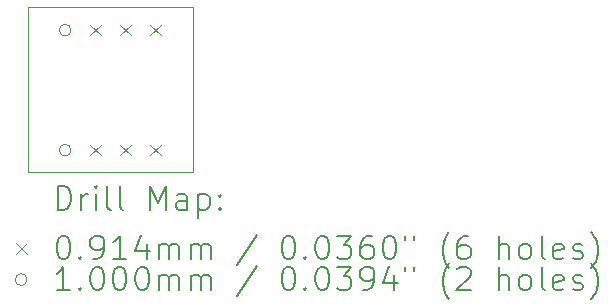
<source format=gbr>
%TF.GenerationSoftware,KiCad,Pcbnew,7.0.9*%
%TF.CreationDate,2023-11-12T02:23:47+01:00*%
%TF.ProjectId,try2,74727932-2e6b-4696-9361-645f70636258,rev?*%
%TF.SameCoordinates,Original*%
%TF.FileFunction,Drillmap*%
%TF.FilePolarity,Positive*%
%FSLAX45Y45*%
G04 Gerber Fmt 4.5, Leading zero omitted, Abs format (unit mm)*
G04 Created by KiCad (PCBNEW 7.0.9) date 2023-11-12 02:23:47*
%MOMM*%
%LPD*%
G01*
G04 APERTURE LIST*
%ADD10C,0.100000*%
%ADD11C,0.200000*%
G04 APERTURE END LIST*
D10*
X13970000Y-8493760D02*
X15367000Y-8493760D01*
X15367000Y-9890760D01*
X13970000Y-9890760D01*
X13970000Y-8493760D01*
D11*
D10*
X14495800Y-8641100D02*
X14587200Y-8732500D01*
X14587200Y-8641100D02*
X14495800Y-8732500D01*
X14495800Y-9657100D02*
X14587200Y-9748500D01*
X14587200Y-9657100D02*
X14495800Y-9748500D01*
X14749800Y-8641100D02*
X14841200Y-8732500D01*
X14841200Y-8641100D02*
X14749800Y-8732500D01*
X14749800Y-9657100D02*
X14841200Y-9748500D01*
X14841200Y-9657100D02*
X14749800Y-9748500D01*
X15003800Y-8641100D02*
X15095200Y-8732500D01*
X15095200Y-8641100D02*
X15003800Y-8732500D01*
X15003800Y-9657100D02*
X15095200Y-9748500D01*
X15095200Y-9657100D02*
X15003800Y-9748500D01*
X14337500Y-8686800D02*
G75*
G03*
X14337500Y-8686800I-50000J0D01*
G01*
X14337500Y-9702800D02*
G75*
G03*
X14337500Y-9702800I-50000J0D01*
G01*
D11*
X14225777Y-10207244D02*
X14225777Y-10007244D01*
X14225777Y-10007244D02*
X14273396Y-10007244D01*
X14273396Y-10007244D02*
X14301967Y-10016768D01*
X14301967Y-10016768D02*
X14321015Y-10035815D01*
X14321015Y-10035815D02*
X14330539Y-10054863D01*
X14330539Y-10054863D02*
X14340062Y-10092958D01*
X14340062Y-10092958D02*
X14340062Y-10121530D01*
X14340062Y-10121530D02*
X14330539Y-10159625D01*
X14330539Y-10159625D02*
X14321015Y-10178672D01*
X14321015Y-10178672D02*
X14301967Y-10197720D01*
X14301967Y-10197720D02*
X14273396Y-10207244D01*
X14273396Y-10207244D02*
X14225777Y-10207244D01*
X14425777Y-10207244D02*
X14425777Y-10073910D01*
X14425777Y-10112006D02*
X14435301Y-10092958D01*
X14435301Y-10092958D02*
X14444824Y-10083434D01*
X14444824Y-10083434D02*
X14463872Y-10073910D01*
X14463872Y-10073910D02*
X14482920Y-10073910D01*
X14549586Y-10207244D02*
X14549586Y-10073910D01*
X14549586Y-10007244D02*
X14540062Y-10016768D01*
X14540062Y-10016768D02*
X14549586Y-10026291D01*
X14549586Y-10026291D02*
X14559110Y-10016768D01*
X14559110Y-10016768D02*
X14549586Y-10007244D01*
X14549586Y-10007244D02*
X14549586Y-10026291D01*
X14673396Y-10207244D02*
X14654348Y-10197720D01*
X14654348Y-10197720D02*
X14644824Y-10178672D01*
X14644824Y-10178672D02*
X14644824Y-10007244D01*
X14778158Y-10207244D02*
X14759110Y-10197720D01*
X14759110Y-10197720D02*
X14749586Y-10178672D01*
X14749586Y-10178672D02*
X14749586Y-10007244D01*
X15006729Y-10207244D02*
X15006729Y-10007244D01*
X15006729Y-10007244D02*
X15073396Y-10150101D01*
X15073396Y-10150101D02*
X15140062Y-10007244D01*
X15140062Y-10007244D02*
X15140062Y-10207244D01*
X15321015Y-10207244D02*
X15321015Y-10102482D01*
X15321015Y-10102482D02*
X15311491Y-10083434D01*
X15311491Y-10083434D02*
X15292443Y-10073910D01*
X15292443Y-10073910D02*
X15254348Y-10073910D01*
X15254348Y-10073910D02*
X15235301Y-10083434D01*
X15321015Y-10197720D02*
X15301967Y-10207244D01*
X15301967Y-10207244D02*
X15254348Y-10207244D01*
X15254348Y-10207244D02*
X15235301Y-10197720D01*
X15235301Y-10197720D02*
X15225777Y-10178672D01*
X15225777Y-10178672D02*
X15225777Y-10159625D01*
X15225777Y-10159625D02*
X15235301Y-10140577D01*
X15235301Y-10140577D02*
X15254348Y-10131053D01*
X15254348Y-10131053D02*
X15301967Y-10131053D01*
X15301967Y-10131053D02*
X15321015Y-10121530D01*
X15416253Y-10073910D02*
X15416253Y-10273910D01*
X15416253Y-10083434D02*
X15435301Y-10073910D01*
X15435301Y-10073910D02*
X15473396Y-10073910D01*
X15473396Y-10073910D02*
X15492443Y-10083434D01*
X15492443Y-10083434D02*
X15501967Y-10092958D01*
X15501967Y-10092958D02*
X15511491Y-10112006D01*
X15511491Y-10112006D02*
X15511491Y-10169149D01*
X15511491Y-10169149D02*
X15501967Y-10188196D01*
X15501967Y-10188196D02*
X15492443Y-10197720D01*
X15492443Y-10197720D02*
X15473396Y-10207244D01*
X15473396Y-10207244D02*
X15435301Y-10207244D01*
X15435301Y-10207244D02*
X15416253Y-10197720D01*
X15597205Y-10188196D02*
X15606729Y-10197720D01*
X15606729Y-10197720D02*
X15597205Y-10207244D01*
X15597205Y-10207244D02*
X15587682Y-10197720D01*
X15587682Y-10197720D02*
X15597205Y-10188196D01*
X15597205Y-10188196D02*
X15597205Y-10207244D01*
X15597205Y-10083434D02*
X15606729Y-10092958D01*
X15606729Y-10092958D02*
X15597205Y-10102482D01*
X15597205Y-10102482D02*
X15587682Y-10092958D01*
X15587682Y-10092958D02*
X15597205Y-10083434D01*
X15597205Y-10083434D02*
X15597205Y-10102482D01*
D10*
X13873600Y-10490060D02*
X13965000Y-10581460D01*
X13965000Y-10490060D02*
X13873600Y-10581460D01*
D11*
X14263872Y-10427244D02*
X14282920Y-10427244D01*
X14282920Y-10427244D02*
X14301967Y-10436768D01*
X14301967Y-10436768D02*
X14311491Y-10446291D01*
X14311491Y-10446291D02*
X14321015Y-10465339D01*
X14321015Y-10465339D02*
X14330539Y-10503434D01*
X14330539Y-10503434D02*
X14330539Y-10551053D01*
X14330539Y-10551053D02*
X14321015Y-10589149D01*
X14321015Y-10589149D02*
X14311491Y-10608196D01*
X14311491Y-10608196D02*
X14301967Y-10617720D01*
X14301967Y-10617720D02*
X14282920Y-10627244D01*
X14282920Y-10627244D02*
X14263872Y-10627244D01*
X14263872Y-10627244D02*
X14244824Y-10617720D01*
X14244824Y-10617720D02*
X14235301Y-10608196D01*
X14235301Y-10608196D02*
X14225777Y-10589149D01*
X14225777Y-10589149D02*
X14216253Y-10551053D01*
X14216253Y-10551053D02*
X14216253Y-10503434D01*
X14216253Y-10503434D02*
X14225777Y-10465339D01*
X14225777Y-10465339D02*
X14235301Y-10446291D01*
X14235301Y-10446291D02*
X14244824Y-10436768D01*
X14244824Y-10436768D02*
X14263872Y-10427244D01*
X14416253Y-10608196D02*
X14425777Y-10617720D01*
X14425777Y-10617720D02*
X14416253Y-10627244D01*
X14416253Y-10627244D02*
X14406729Y-10617720D01*
X14406729Y-10617720D02*
X14416253Y-10608196D01*
X14416253Y-10608196D02*
X14416253Y-10627244D01*
X14521015Y-10627244D02*
X14559110Y-10627244D01*
X14559110Y-10627244D02*
X14578158Y-10617720D01*
X14578158Y-10617720D02*
X14587682Y-10608196D01*
X14587682Y-10608196D02*
X14606729Y-10579625D01*
X14606729Y-10579625D02*
X14616253Y-10541530D01*
X14616253Y-10541530D02*
X14616253Y-10465339D01*
X14616253Y-10465339D02*
X14606729Y-10446291D01*
X14606729Y-10446291D02*
X14597205Y-10436768D01*
X14597205Y-10436768D02*
X14578158Y-10427244D01*
X14578158Y-10427244D02*
X14540062Y-10427244D01*
X14540062Y-10427244D02*
X14521015Y-10436768D01*
X14521015Y-10436768D02*
X14511491Y-10446291D01*
X14511491Y-10446291D02*
X14501967Y-10465339D01*
X14501967Y-10465339D02*
X14501967Y-10512958D01*
X14501967Y-10512958D02*
X14511491Y-10532006D01*
X14511491Y-10532006D02*
X14521015Y-10541530D01*
X14521015Y-10541530D02*
X14540062Y-10551053D01*
X14540062Y-10551053D02*
X14578158Y-10551053D01*
X14578158Y-10551053D02*
X14597205Y-10541530D01*
X14597205Y-10541530D02*
X14606729Y-10532006D01*
X14606729Y-10532006D02*
X14616253Y-10512958D01*
X14806729Y-10627244D02*
X14692443Y-10627244D01*
X14749586Y-10627244D02*
X14749586Y-10427244D01*
X14749586Y-10427244D02*
X14730539Y-10455815D01*
X14730539Y-10455815D02*
X14711491Y-10474863D01*
X14711491Y-10474863D02*
X14692443Y-10484387D01*
X14978158Y-10493910D02*
X14978158Y-10627244D01*
X14930539Y-10417720D02*
X14882920Y-10560577D01*
X14882920Y-10560577D02*
X15006729Y-10560577D01*
X15082920Y-10627244D02*
X15082920Y-10493910D01*
X15082920Y-10512958D02*
X15092443Y-10503434D01*
X15092443Y-10503434D02*
X15111491Y-10493910D01*
X15111491Y-10493910D02*
X15140063Y-10493910D01*
X15140063Y-10493910D02*
X15159110Y-10503434D01*
X15159110Y-10503434D02*
X15168634Y-10522482D01*
X15168634Y-10522482D02*
X15168634Y-10627244D01*
X15168634Y-10522482D02*
X15178158Y-10503434D01*
X15178158Y-10503434D02*
X15197205Y-10493910D01*
X15197205Y-10493910D02*
X15225777Y-10493910D01*
X15225777Y-10493910D02*
X15244824Y-10503434D01*
X15244824Y-10503434D02*
X15254348Y-10522482D01*
X15254348Y-10522482D02*
X15254348Y-10627244D01*
X15349586Y-10627244D02*
X15349586Y-10493910D01*
X15349586Y-10512958D02*
X15359110Y-10503434D01*
X15359110Y-10503434D02*
X15378158Y-10493910D01*
X15378158Y-10493910D02*
X15406729Y-10493910D01*
X15406729Y-10493910D02*
X15425777Y-10503434D01*
X15425777Y-10503434D02*
X15435301Y-10522482D01*
X15435301Y-10522482D02*
X15435301Y-10627244D01*
X15435301Y-10522482D02*
X15444824Y-10503434D01*
X15444824Y-10503434D02*
X15463872Y-10493910D01*
X15463872Y-10493910D02*
X15492443Y-10493910D01*
X15492443Y-10493910D02*
X15511491Y-10503434D01*
X15511491Y-10503434D02*
X15521015Y-10522482D01*
X15521015Y-10522482D02*
X15521015Y-10627244D01*
X15911491Y-10417720D02*
X15740063Y-10674863D01*
X16168634Y-10427244D02*
X16187682Y-10427244D01*
X16187682Y-10427244D02*
X16206729Y-10436768D01*
X16206729Y-10436768D02*
X16216253Y-10446291D01*
X16216253Y-10446291D02*
X16225777Y-10465339D01*
X16225777Y-10465339D02*
X16235301Y-10503434D01*
X16235301Y-10503434D02*
X16235301Y-10551053D01*
X16235301Y-10551053D02*
X16225777Y-10589149D01*
X16225777Y-10589149D02*
X16216253Y-10608196D01*
X16216253Y-10608196D02*
X16206729Y-10617720D01*
X16206729Y-10617720D02*
X16187682Y-10627244D01*
X16187682Y-10627244D02*
X16168634Y-10627244D01*
X16168634Y-10627244D02*
X16149586Y-10617720D01*
X16149586Y-10617720D02*
X16140063Y-10608196D01*
X16140063Y-10608196D02*
X16130539Y-10589149D01*
X16130539Y-10589149D02*
X16121015Y-10551053D01*
X16121015Y-10551053D02*
X16121015Y-10503434D01*
X16121015Y-10503434D02*
X16130539Y-10465339D01*
X16130539Y-10465339D02*
X16140063Y-10446291D01*
X16140063Y-10446291D02*
X16149586Y-10436768D01*
X16149586Y-10436768D02*
X16168634Y-10427244D01*
X16321015Y-10608196D02*
X16330539Y-10617720D01*
X16330539Y-10617720D02*
X16321015Y-10627244D01*
X16321015Y-10627244D02*
X16311491Y-10617720D01*
X16311491Y-10617720D02*
X16321015Y-10608196D01*
X16321015Y-10608196D02*
X16321015Y-10627244D01*
X16454348Y-10427244D02*
X16473396Y-10427244D01*
X16473396Y-10427244D02*
X16492444Y-10436768D01*
X16492444Y-10436768D02*
X16501967Y-10446291D01*
X16501967Y-10446291D02*
X16511491Y-10465339D01*
X16511491Y-10465339D02*
X16521015Y-10503434D01*
X16521015Y-10503434D02*
X16521015Y-10551053D01*
X16521015Y-10551053D02*
X16511491Y-10589149D01*
X16511491Y-10589149D02*
X16501967Y-10608196D01*
X16501967Y-10608196D02*
X16492444Y-10617720D01*
X16492444Y-10617720D02*
X16473396Y-10627244D01*
X16473396Y-10627244D02*
X16454348Y-10627244D01*
X16454348Y-10627244D02*
X16435301Y-10617720D01*
X16435301Y-10617720D02*
X16425777Y-10608196D01*
X16425777Y-10608196D02*
X16416253Y-10589149D01*
X16416253Y-10589149D02*
X16406729Y-10551053D01*
X16406729Y-10551053D02*
X16406729Y-10503434D01*
X16406729Y-10503434D02*
X16416253Y-10465339D01*
X16416253Y-10465339D02*
X16425777Y-10446291D01*
X16425777Y-10446291D02*
X16435301Y-10436768D01*
X16435301Y-10436768D02*
X16454348Y-10427244D01*
X16587682Y-10427244D02*
X16711491Y-10427244D01*
X16711491Y-10427244D02*
X16644825Y-10503434D01*
X16644825Y-10503434D02*
X16673396Y-10503434D01*
X16673396Y-10503434D02*
X16692444Y-10512958D01*
X16692444Y-10512958D02*
X16701967Y-10522482D01*
X16701967Y-10522482D02*
X16711491Y-10541530D01*
X16711491Y-10541530D02*
X16711491Y-10589149D01*
X16711491Y-10589149D02*
X16701967Y-10608196D01*
X16701967Y-10608196D02*
X16692444Y-10617720D01*
X16692444Y-10617720D02*
X16673396Y-10627244D01*
X16673396Y-10627244D02*
X16616253Y-10627244D01*
X16616253Y-10627244D02*
X16597206Y-10617720D01*
X16597206Y-10617720D02*
X16587682Y-10608196D01*
X16882920Y-10427244D02*
X16844825Y-10427244D01*
X16844825Y-10427244D02*
X16825777Y-10436768D01*
X16825777Y-10436768D02*
X16816253Y-10446291D01*
X16816253Y-10446291D02*
X16797206Y-10474863D01*
X16797206Y-10474863D02*
X16787682Y-10512958D01*
X16787682Y-10512958D02*
X16787682Y-10589149D01*
X16787682Y-10589149D02*
X16797206Y-10608196D01*
X16797206Y-10608196D02*
X16806729Y-10617720D01*
X16806729Y-10617720D02*
X16825777Y-10627244D01*
X16825777Y-10627244D02*
X16863872Y-10627244D01*
X16863872Y-10627244D02*
X16882920Y-10617720D01*
X16882920Y-10617720D02*
X16892444Y-10608196D01*
X16892444Y-10608196D02*
X16901968Y-10589149D01*
X16901968Y-10589149D02*
X16901968Y-10541530D01*
X16901968Y-10541530D02*
X16892444Y-10522482D01*
X16892444Y-10522482D02*
X16882920Y-10512958D01*
X16882920Y-10512958D02*
X16863872Y-10503434D01*
X16863872Y-10503434D02*
X16825777Y-10503434D01*
X16825777Y-10503434D02*
X16806729Y-10512958D01*
X16806729Y-10512958D02*
X16797206Y-10522482D01*
X16797206Y-10522482D02*
X16787682Y-10541530D01*
X17025777Y-10427244D02*
X17044825Y-10427244D01*
X17044825Y-10427244D02*
X17063872Y-10436768D01*
X17063872Y-10436768D02*
X17073396Y-10446291D01*
X17073396Y-10446291D02*
X17082920Y-10465339D01*
X17082920Y-10465339D02*
X17092444Y-10503434D01*
X17092444Y-10503434D02*
X17092444Y-10551053D01*
X17092444Y-10551053D02*
X17082920Y-10589149D01*
X17082920Y-10589149D02*
X17073396Y-10608196D01*
X17073396Y-10608196D02*
X17063872Y-10617720D01*
X17063872Y-10617720D02*
X17044825Y-10627244D01*
X17044825Y-10627244D02*
X17025777Y-10627244D01*
X17025777Y-10627244D02*
X17006729Y-10617720D01*
X17006729Y-10617720D02*
X16997206Y-10608196D01*
X16997206Y-10608196D02*
X16987682Y-10589149D01*
X16987682Y-10589149D02*
X16978158Y-10551053D01*
X16978158Y-10551053D02*
X16978158Y-10503434D01*
X16978158Y-10503434D02*
X16987682Y-10465339D01*
X16987682Y-10465339D02*
X16997206Y-10446291D01*
X16997206Y-10446291D02*
X17006729Y-10436768D01*
X17006729Y-10436768D02*
X17025777Y-10427244D01*
X17168634Y-10427244D02*
X17168634Y-10465339D01*
X17244825Y-10427244D02*
X17244825Y-10465339D01*
X17540063Y-10703434D02*
X17530539Y-10693910D01*
X17530539Y-10693910D02*
X17511491Y-10665339D01*
X17511491Y-10665339D02*
X17501968Y-10646291D01*
X17501968Y-10646291D02*
X17492444Y-10617720D01*
X17492444Y-10617720D02*
X17482920Y-10570101D01*
X17482920Y-10570101D02*
X17482920Y-10532006D01*
X17482920Y-10532006D02*
X17492444Y-10484387D01*
X17492444Y-10484387D02*
X17501968Y-10455815D01*
X17501968Y-10455815D02*
X17511491Y-10436768D01*
X17511491Y-10436768D02*
X17530539Y-10408196D01*
X17530539Y-10408196D02*
X17540063Y-10398672D01*
X17701968Y-10427244D02*
X17663872Y-10427244D01*
X17663872Y-10427244D02*
X17644825Y-10436768D01*
X17644825Y-10436768D02*
X17635301Y-10446291D01*
X17635301Y-10446291D02*
X17616253Y-10474863D01*
X17616253Y-10474863D02*
X17606730Y-10512958D01*
X17606730Y-10512958D02*
X17606730Y-10589149D01*
X17606730Y-10589149D02*
X17616253Y-10608196D01*
X17616253Y-10608196D02*
X17625777Y-10617720D01*
X17625777Y-10617720D02*
X17644825Y-10627244D01*
X17644825Y-10627244D02*
X17682920Y-10627244D01*
X17682920Y-10627244D02*
X17701968Y-10617720D01*
X17701968Y-10617720D02*
X17711491Y-10608196D01*
X17711491Y-10608196D02*
X17721015Y-10589149D01*
X17721015Y-10589149D02*
X17721015Y-10541530D01*
X17721015Y-10541530D02*
X17711491Y-10522482D01*
X17711491Y-10522482D02*
X17701968Y-10512958D01*
X17701968Y-10512958D02*
X17682920Y-10503434D01*
X17682920Y-10503434D02*
X17644825Y-10503434D01*
X17644825Y-10503434D02*
X17625777Y-10512958D01*
X17625777Y-10512958D02*
X17616253Y-10522482D01*
X17616253Y-10522482D02*
X17606730Y-10541530D01*
X17959111Y-10627244D02*
X17959111Y-10427244D01*
X18044825Y-10627244D02*
X18044825Y-10522482D01*
X18044825Y-10522482D02*
X18035301Y-10503434D01*
X18035301Y-10503434D02*
X18016253Y-10493910D01*
X18016253Y-10493910D02*
X17987682Y-10493910D01*
X17987682Y-10493910D02*
X17968634Y-10503434D01*
X17968634Y-10503434D02*
X17959111Y-10512958D01*
X18168634Y-10627244D02*
X18149587Y-10617720D01*
X18149587Y-10617720D02*
X18140063Y-10608196D01*
X18140063Y-10608196D02*
X18130539Y-10589149D01*
X18130539Y-10589149D02*
X18130539Y-10532006D01*
X18130539Y-10532006D02*
X18140063Y-10512958D01*
X18140063Y-10512958D02*
X18149587Y-10503434D01*
X18149587Y-10503434D02*
X18168634Y-10493910D01*
X18168634Y-10493910D02*
X18197206Y-10493910D01*
X18197206Y-10493910D02*
X18216253Y-10503434D01*
X18216253Y-10503434D02*
X18225777Y-10512958D01*
X18225777Y-10512958D02*
X18235301Y-10532006D01*
X18235301Y-10532006D02*
X18235301Y-10589149D01*
X18235301Y-10589149D02*
X18225777Y-10608196D01*
X18225777Y-10608196D02*
X18216253Y-10617720D01*
X18216253Y-10617720D02*
X18197206Y-10627244D01*
X18197206Y-10627244D02*
X18168634Y-10627244D01*
X18349587Y-10627244D02*
X18330539Y-10617720D01*
X18330539Y-10617720D02*
X18321015Y-10598672D01*
X18321015Y-10598672D02*
X18321015Y-10427244D01*
X18501968Y-10617720D02*
X18482920Y-10627244D01*
X18482920Y-10627244D02*
X18444825Y-10627244D01*
X18444825Y-10627244D02*
X18425777Y-10617720D01*
X18425777Y-10617720D02*
X18416253Y-10598672D01*
X18416253Y-10598672D02*
X18416253Y-10522482D01*
X18416253Y-10522482D02*
X18425777Y-10503434D01*
X18425777Y-10503434D02*
X18444825Y-10493910D01*
X18444825Y-10493910D02*
X18482920Y-10493910D01*
X18482920Y-10493910D02*
X18501968Y-10503434D01*
X18501968Y-10503434D02*
X18511492Y-10522482D01*
X18511492Y-10522482D02*
X18511492Y-10541530D01*
X18511492Y-10541530D02*
X18416253Y-10560577D01*
X18587682Y-10617720D02*
X18606730Y-10627244D01*
X18606730Y-10627244D02*
X18644825Y-10627244D01*
X18644825Y-10627244D02*
X18663873Y-10617720D01*
X18663873Y-10617720D02*
X18673396Y-10598672D01*
X18673396Y-10598672D02*
X18673396Y-10589149D01*
X18673396Y-10589149D02*
X18663873Y-10570101D01*
X18663873Y-10570101D02*
X18644825Y-10560577D01*
X18644825Y-10560577D02*
X18616253Y-10560577D01*
X18616253Y-10560577D02*
X18597206Y-10551053D01*
X18597206Y-10551053D02*
X18587682Y-10532006D01*
X18587682Y-10532006D02*
X18587682Y-10522482D01*
X18587682Y-10522482D02*
X18597206Y-10503434D01*
X18597206Y-10503434D02*
X18616253Y-10493910D01*
X18616253Y-10493910D02*
X18644825Y-10493910D01*
X18644825Y-10493910D02*
X18663873Y-10503434D01*
X18740063Y-10703434D02*
X18749587Y-10693910D01*
X18749587Y-10693910D02*
X18768634Y-10665339D01*
X18768634Y-10665339D02*
X18778158Y-10646291D01*
X18778158Y-10646291D02*
X18787682Y-10617720D01*
X18787682Y-10617720D02*
X18797206Y-10570101D01*
X18797206Y-10570101D02*
X18797206Y-10532006D01*
X18797206Y-10532006D02*
X18787682Y-10484387D01*
X18787682Y-10484387D02*
X18778158Y-10455815D01*
X18778158Y-10455815D02*
X18768634Y-10436768D01*
X18768634Y-10436768D02*
X18749587Y-10408196D01*
X18749587Y-10408196D02*
X18740063Y-10398672D01*
D10*
X13965000Y-10799760D02*
G75*
G03*
X13965000Y-10799760I-50000J0D01*
G01*
D11*
X14330539Y-10891244D02*
X14216253Y-10891244D01*
X14273396Y-10891244D02*
X14273396Y-10691244D01*
X14273396Y-10691244D02*
X14254348Y-10719815D01*
X14254348Y-10719815D02*
X14235301Y-10738863D01*
X14235301Y-10738863D02*
X14216253Y-10748387D01*
X14416253Y-10872196D02*
X14425777Y-10881720D01*
X14425777Y-10881720D02*
X14416253Y-10891244D01*
X14416253Y-10891244D02*
X14406729Y-10881720D01*
X14406729Y-10881720D02*
X14416253Y-10872196D01*
X14416253Y-10872196D02*
X14416253Y-10891244D01*
X14549586Y-10691244D02*
X14568634Y-10691244D01*
X14568634Y-10691244D02*
X14587682Y-10700768D01*
X14587682Y-10700768D02*
X14597205Y-10710291D01*
X14597205Y-10710291D02*
X14606729Y-10729339D01*
X14606729Y-10729339D02*
X14616253Y-10767434D01*
X14616253Y-10767434D02*
X14616253Y-10815053D01*
X14616253Y-10815053D02*
X14606729Y-10853149D01*
X14606729Y-10853149D02*
X14597205Y-10872196D01*
X14597205Y-10872196D02*
X14587682Y-10881720D01*
X14587682Y-10881720D02*
X14568634Y-10891244D01*
X14568634Y-10891244D02*
X14549586Y-10891244D01*
X14549586Y-10891244D02*
X14530539Y-10881720D01*
X14530539Y-10881720D02*
X14521015Y-10872196D01*
X14521015Y-10872196D02*
X14511491Y-10853149D01*
X14511491Y-10853149D02*
X14501967Y-10815053D01*
X14501967Y-10815053D02*
X14501967Y-10767434D01*
X14501967Y-10767434D02*
X14511491Y-10729339D01*
X14511491Y-10729339D02*
X14521015Y-10710291D01*
X14521015Y-10710291D02*
X14530539Y-10700768D01*
X14530539Y-10700768D02*
X14549586Y-10691244D01*
X14740062Y-10691244D02*
X14759110Y-10691244D01*
X14759110Y-10691244D02*
X14778158Y-10700768D01*
X14778158Y-10700768D02*
X14787682Y-10710291D01*
X14787682Y-10710291D02*
X14797205Y-10729339D01*
X14797205Y-10729339D02*
X14806729Y-10767434D01*
X14806729Y-10767434D02*
X14806729Y-10815053D01*
X14806729Y-10815053D02*
X14797205Y-10853149D01*
X14797205Y-10853149D02*
X14787682Y-10872196D01*
X14787682Y-10872196D02*
X14778158Y-10881720D01*
X14778158Y-10881720D02*
X14759110Y-10891244D01*
X14759110Y-10891244D02*
X14740062Y-10891244D01*
X14740062Y-10891244D02*
X14721015Y-10881720D01*
X14721015Y-10881720D02*
X14711491Y-10872196D01*
X14711491Y-10872196D02*
X14701967Y-10853149D01*
X14701967Y-10853149D02*
X14692443Y-10815053D01*
X14692443Y-10815053D02*
X14692443Y-10767434D01*
X14692443Y-10767434D02*
X14701967Y-10729339D01*
X14701967Y-10729339D02*
X14711491Y-10710291D01*
X14711491Y-10710291D02*
X14721015Y-10700768D01*
X14721015Y-10700768D02*
X14740062Y-10691244D01*
X14930539Y-10691244D02*
X14949586Y-10691244D01*
X14949586Y-10691244D02*
X14968634Y-10700768D01*
X14968634Y-10700768D02*
X14978158Y-10710291D01*
X14978158Y-10710291D02*
X14987682Y-10729339D01*
X14987682Y-10729339D02*
X14997205Y-10767434D01*
X14997205Y-10767434D02*
X14997205Y-10815053D01*
X14997205Y-10815053D02*
X14987682Y-10853149D01*
X14987682Y-10853149D02*
X14978158Y-10872196D01*
X14978158Y-10872196D02*
X14968634Y-10881720D01*
X14968634Y-10881720D02*
X14949586Y-10891244D01*
X14949586Y-10891244D02*
X14930539Y-10891244D01*
X14930539Y-10891244D02*
X14911491Y-10881720D01*
X14911491Y-10881720D02*
X14901967Y-10872196D01*
X14901967Y-10872196D02*
X14892443Y-10853149D01*
X14892443Y-10853149D02*
X14882920Y-10815053D01*
X14882920Y-10815053D02*
X14882920Y-10767434D01*
X14882920Y-10767434D02*
X14892443Y-10729339D01*
X14892443Y-10729339D02*
X14901967Y-10710291D01*
X14901967Y-10710291D02*
X14911491Y-10700768D01*
X14911491Y-10700768D02*
X14930539Y-10691244D01*
X15082920Y-10891244D02*
X15082920Y-10757910D01*
X15082920Y-10776958D02*
X15092443Y-10767434D01*
X15092443Y-10767434D02*
X15111491Y-10757910D01*
X15111491Y-10757910D02*
X15140063Y-10757910D01*
X15140063Y-10757910D02*
X15159110Y-10767434D01*
X15159110Y-10767434D02*
X15168634Y-10786482D01*
X15168634Y-10786482D02*
X15168634Y-10891244D01*
X15168634Y-10786482D02*
X15178158Y-10767434D01*
X15178158Y-10767434D02*
X15197205Y-10757910D01*
X15197205Y-10757910D02*
X15225777Y-10757910D01*
X15225777Y-10757910D02*
X15244824Y-10767434D01*
X15244824Y-10767434D02*
X15254348Y-10786482D01*
X15254348Y-10786482D02*
X15254348Y-10891244D01*
X15349586Y-10891244D02*
X15349586Y-10757910D01*
X15349586Y-10776958D02*
X15359110Y-10767434D01*
X15359110Y-10767434D02*
X15378158Y-10757910D01*
X15378158Y-10757910D02*
X15406729Y-10757910D01*
X15406729Y-10757910D02*
X15425777Y-10767434D01*
X15425777Y-10767434D02*
X15435301Y-10786482D01*
X15435301Y-10786482D02*
X15435301Y-10891244D01*
X15435301Y-10786482D02*
X15444824Y-10767434D01*
X15444824Y-10767434D02*
X15463872Y-10757910D01*
X15463872Y-10757910D02*
X15492443Y-10757910D01*
X15492443Y-10757910D02*
X15511491Y-10767434D01*
X15511491Y-10767434D02*
X15521015Y-10786482D01*
X15521015Y-10786482D02*
X15521015Y-10891244D01*
X15911491Y-10681720D02*
X15740063Y-10938863D01*
X16168634Y-10691244D02*
X16187682Y-10691244D01*
X16187682Y-10691244D02*
X16206729Y-10700768D01*
X16206729Y-10700768D02*
X16216253Y-10710291D01*
X16216253Y-10710291D02*
X16225777Y-10729339D01*
X16225777Y-10729339D02*
X16235301Y-10767434D01*
X16235301Y-10767434D02*
X16235301Y-10815053D01*
X16235301Y-10815053D02*
X16225777Y-10853149D01*
X16225777Y-10853149D02*
X16216253Y-10872196D01*
X16216253Y-10872196D02*
X16206729Y-10881720D01*
X16206729Y-10881720D02*
X16187682Y-10891244D01*
X16187682Y-10891244D02*
X16168634Y-10891244D01*
X16168634Y-10891244D02*
X16149586Y-10881720D01*
X16149586Y-10881720D02*
X16140063Y-10872196D01*
X16140063Y-10872196D02*
X16130539Y-10853149D01*
X16130539Y-10853149D02*
X16121015Y-10815053D01*
X16121015Y-10815053D02*
X16121015Y-10767434D01*
X16121015Y-10767434D02*
X16130539Y-10729339D01*
X16130539Y-10729339D02*
X16140063Y-10710291D01*
X16140063Y-10710291D02*
X16149586Y-10700768D01*
X16149586Y-10700768D02*
X16168634Y-10691244D01*
X16321015Y-10872196D02*
X16330539Y-10881720D01*
X16330539Y-10881720D02*
X16321015Y-10891244D01*
X16321015Y-10891244D02*
X16311491Y-10881720D01*
X16311491Y-10881720D02*
X16321015Y-10872196D01*
X16321015Y-10872196D02*
X16321015Y-10891244D01*
X16454348Y-10691244D02*
X16473396Y-10691244D01*
X16473396Y-10691244D02*
X16492444Y-10700768D01*
X16492444Y-10700768D02*
X16501967Y-10710291D01*
X16501967Y-10710291D02*
X16511491Y-10729339D01*
X16511491Y-10729339D02*
X16521015Y-10767434D01*
X16521015Y-10767434D02*
X16521015Y-10815053D01*
X16521015Y-10815053D02*
X16511491Y-10853149D01*
X16511491Y-10853149D02*
X16501967Y-10872196D01*
X16501967Y-10872196D02*
X16492444Y-10881720D01*
X16492444Y-10881720D02*
X16473396Y-10891244D01*
X16473396Y-10891244D02*
X16454348Y-10891244D01*
X16454348Y-10891244D02*
X16435301Y-10881720D01*
X16435301Y-10881720D02*
X16425777Y-10872196D01*
X16425777Y-10872196D02*
X16416253Y-10853149D01*
X16416253Y-10853149D02*
X16406729Y-10815053D01*
X16406729Y-10815053D02*
X16406729Y-10767434D01*
X16406729Y-10767434D02*
X16416253Y-10729339D01*
X16416253Y-10729339D02*
X16425777Y-10710291D01*
X16425777Y-10710291D02*
X16435301Y-10700768D01*
X16435301Y-10700768D02*
X16454348Y-10691244D01*
X16587682Y-10691244D02*
X16711491Y-10691244D01*
X16711491Y-10691244D02*
X16644825Y-10767434D01*
X16644825Y-10767434D02*
X16673396Y-10767434D01*
X16673396Y-10767434D02*
X16692444Y-10776958D01*
X16692444Y-10776958D02*
X16701967Y-10786482D01*
X16701967Y-10786482D02*
X16711491Y-10805530D01*
X16711491Y-10805530D02*
X16711491Y-10853149D01*
X16711491Y-10853149D02*
X16701967Y-10872196D01*
X16701967Y-10872196D02*
X16692444Y-10881720D01*
X16692444Y-10881720D02*
X16673396Y-10891244D01*
X16673396Y-10891244D02*
X16616253Y-10891244D01*
X16616253Y-10891244D02*
X16597206Y-10881720D01*
X16597206Y-10881720D02*
X16587682Y-10872196D01*
X16806729Y-10891244D02*
X16844825Y-10891244D01*
X16844825Y-10891244D02*
X16863872Y-10881720D01*
X16863872Y-10881720D02*
X16873396Y-10872196D01*
X16873396Y-10872196D02*
X16892444Y-10843625D01*
X16892444Y-10843625D02*
X16901968Y-10805530D01*
X16901968Y-10805530D02*
X16901968Y-10729339D01*
X16901968Y-10729339D02*
X16892444Y-10710291D01*
X16892444Y-10710291D02*
X16882920Y-10700768D01*
X16882920Y-10700768D02*
X16863872Y-10691244D01*
X16863872Y-10691244D02*
X16825777Y-10691244D01*
X16825777Y-10691244D02*
X16806729Y-10700768D01*
X16806729Y-10700768D02*
X16797206Y-10710291D01*
X16797206Y-10710291D02*
X16787682Y-10729339D01*
X16787682Y-10729339D02*
X16787682Y-10776958D01*
X16787682Y-10776958D02*
X16797206Y-10796006D01*
X16797206Y-10796006D02*
X16806729Y-10805530D01*
X16806729Y-10805530D02*
X16825777Y-10815053D01*
X16825777Y-10815053D02*
X16863872Y-10815053D01*
X16863872Y-10815053D02*
X16882920Y-10805530D01*
X16882920Y-10805530D02*
X16892444Y-10796006D01*
X16892444Y-10796006D02*
X16901968Y-10776958D01*
X17073396Y-10757910D02*
X17073396Y-10891244D01*
X17025777Y-10681720D02*
X16978158Y-10824577D01*
X16978158Y-10824577D02*
X17101968Y-10824577D01*
X17168634Y-10691244D02*
X17168634Y-10729339D01*
X17244825Y-10691244D02*
X17244825Y-10729339D01*
X17540063Y-10967434D02*
X17530539Y-10957910D01*
X17530539Y-10957910D02*
X17511491Y-10929339D01*
X17511491Y-10929339D02*
X17501968Y-10910291D01*
X17501968Y-10910291D02*
X17492444Y-10881720D01*
X17492444Y-10881720D02*
X17482920Y-10834101D01*
X17482920Y-10834101D02*
X17482920Y-10796006D01*
X17482920Y-10796006D02*
X17492444Y-10748387D01*
X17492444Y-10748387D02*
X17501968Y-10719815D01*
X17501968Y-10719815D02*
X17511491Y-10700768D01*
X17511491Y-10700768D02*
X17530539Y-10672196D01*
X17530539Y-10672196D02*
X17540063Y-10662672D01*
X17606730Y-10710291D02*
X17616253Y-10700768D01*
X17616253Y-10700768D02*
X17635301Y-10691244D01*
X17635301Y-10691244D02*
X17682920Y-10691244D01*
X17682920Y-10691244D02*
X17701968Y-10700768D01*
X17701968Y-10700768D02*
X17711491Y-10710291D01*
X17711491Y-10710291D02*
X17721015Y-10729339D01*
X17721015Y-10729339D02*
X17721015Y-10748387D01*
X17721015Y-10748387D02*
X17711491Y-10776958D01*
X17711491Y-10776958D02*
X17597206Y-10891244D01*
X17597206Y-10891244D02*
X17721015Y-10891244D01*
X17959111Y-10891244D02*
X17959111Y-10691244D01*
X18044825Y-10891244D02*
X18044825Y-10786482D01*
X18044825Y-10786482D02*
X18035301Y-10767434D01*
X18035301Y-10767434D02*
X18016253Y-10757910D01*
X18016253Y-10757910D02*
X17987682Y-10757910D01*
X17987682Y-10757910D02*
X17968634Y-10767434D01*
X17968634Y-10767434D02*
X17959111Y-10776958D01*
X18168634Y-10891244D02*
X18149587Y-10881720D01*
X18149587Y-10881720D02*
X18140063Y-10872196D01*
X18140063Y-10872196D02*
X18130539Y-10853149D01*
X18130539Y-10853149D02*
X18130539Y-10796006D01*
X18130539Y-10796006D02*
X18140063Y-10776958D01*
X18140063Y-10776958D02*
X18149587Y-10767434D01*
X18149587Y-10767434D02*
X18168634Y-10757910D01*
X18168634Y-10757910D02*
X18197206Y-10757910D01*
X18197206Y-10757910D02*
X18216253Y-10767434D01*
X18216253Y-10767434D02*
X18225777Y-10776958D01*
X18225777Y-10776958D02*
X18235301Y-10796006D01*
X18235301Y-10796006D02*
X18235301Y-10853149D01*
X18235301Y-10853149D02*
X18225777Y-10872196D01*
X18225777Y-10872196D02*
X18216253Y-10881720D01*
X18216253Y-10881720D02*
X18197206Y-10891244D01*
X18197206Y-10891244D02*
X18168634Y-10891244D01*
X18349587Y-10891244D02*
X18330539Y-10881720D01*
X18330539Y-10881720D02*
X18321015Y-10862672D01*
X18321015Y-10862672D02*
X18321015Y-10691244D01*
X18501968Y-10881720D02*
X18482920Y-10891244D01*
X18482920Y-10891244D02*
X18444825Y-10891244D01*
X18444825Y-10891244D02*
X18425777Y-10881720D01*
X18425777Y-10881720D02*
X18416253Y-10862672D01*
X18416253Y-10862672D02*
X18416253Y-10786482D01*
X18416253Y-10786482D02*
X18425777Y-10767434D01*
X18425777Y-10767434D02*
X18444825Y-10757910D01*
X18444825Y-10757910D02*
X18482920Y-10757910D01*
X18482920Y-10757910D02*
X18501968Y-10767434D01*
X18501968Y-10767434D02*
X18511492Y-10786482D01*
X18511492Y-10786482D02*
X18511492Y-10805530D01*
X18511492Y-10805530D02*
X18416253Y-10824577D01*
X18587682Y-10881720D02*
X18606730Y-10891244D01*
X18606730Y-10891244D02*
X18644825Y-10891244D01*
X18644825Y-10891244D02*
X18663873Y-10881720D01*
X18663873Y-10881720D02*
X18673396Y-10862672D01*
X18673396Y-10862672D02*
X18673396Y-10853149D01*
X18673396Y-10853149D02*
X18663873Y-10834101D01*
X18663873Y-10834101D02*
X18644825Y-10824577D01*
X18644825Y-10824577D02*
X18616253Y-10824577D01*
X18616253Y-10824577D02*
X18597206Y-10815053D01*
X18597206Y-10815053D02*
X18587682Y-10796006D01*
X18587682Y-10796006D02*
X18587682Y-10786482D01*
X18587682Y-10786482D02*
X18597206Y-10767434D01*
X18597206Y-10767434D02*
X18616253Y-10757910D01*
X18616253Y-10757910D02*
X18644825Y-10757910D01*
X18644825Y-10757910D02*
X18663873Y-10767434D01*
X18740063Y-10967434D02*
X18749587Y-10957910D01*
X18749587Y-10957910D02*
X18768634Y-10929339D01*
X18768634Y-10929339D02*
X18778158Y-10910291D01*
X18778158Y-10910291D02*
X18787682Y-10881720D01*
X18787682Y-10881720D02*
X18797206Y-10834101D01*
X18797206Y-10834101D02*
X18797206Y-10796006D01*
X18797206Y-10796006D02*
X18787682Y-10748387D01*
X18787682Y-10748387D02*
X18778158Y-10719815D01*
X18778158Y-10719815D02*
X18768634Y-10700768D01*
X18768634Y-10700768D02*
X18749587Y-10672196D01*
X18749587Y-10672196D02*
X18740063Y-10662672D01*
M02*

</source>
